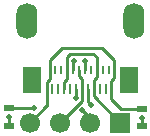
<source format=gbr>
G04 #@! TF.FileFunction,Copper,L1,Top,Signal*
%FSLAX46Y46*%
G04 Gerber Fmt 4.6, Leading zero omitted, Abs format (unit mm)*
G04 Created by KiCad (PCBNEW 4.0.0-rc1-stable) date mån 21 sep 2015 20:07:33*
%MOMM*%
G01*
G04 APERTURE LIST*
%ADD10C,0.100000*%
%ADD11R,0.900000X0.500000*%
%ADD12C,1.700000*%
%ADD13R,1.700000X1.700000*%
%ADD14R,0.270000X0.900000*%
%ADD15R,0.270000X0.800000*%
%ADD16R,1.650000X2.300000*%
%ADD17O,1.778000X3.048000*%
%ADD18C,0.508000*%
%ADD19C,0.228600*%
%ADD20C,0.250000*%
G04 APERTURE END LIST*
D10*
D11*
X71690000Y-9902000D03*
X71690000Y-11402000D03*
X60450500Y-9890000D03*
X60450500Y-11390000D03*
D12*
X62236000Y-11103000D03*
X64776000Y-11103000D03*
X67316000Y-11103000D03*
D13*
X69856000Y-11103000D03*
D14*
X69135000Y-8215000D03*
X68635000Y-8215000D03*
X68135000Y-8215000D03*
X67635000Y-8215000D03*
X67135000Y-8215000D03*
X66635000Y-8215000D03*
X66135000Y-8215000D03*
X65635000Y-8215000D03*
X65135000Y-8215000D03*
X64635000Y-8215000D03*
X64135000Y-8215000D03*
X63635000Y-8215000D03*
D15*
X63890000Y-6615000D03*
X64390000Y-6615000D03*
X64890000Y-6615000D03*
X65390000Y-6615000D03*
X65890000Y-6615000D03*
X66390000Y-6615000D03*
X66890000Y-6615000D03*
X67390000Y-6615000D03*
X67890000Y-6615000D03*
X68390000Y-6615000D03*
X68890000Y-6615000D03*
X69390000Y-6615000D03*
D16*
X70605000Y-7515000D03*
X62415000Y-7515000D03*
D17*
X71070120Y-2465000D03*
X61951520Y-2465000D03*
D18*
X60463200Y-10627300D03*
X66660800Y-10017700D03*
X66890000Y-5853000D03*
X66102000Y-9052500D03*
X67435500Y-9636000D03*
X71690000Y-10664000D03*
X62609500Y-9878000D03*
X65924800Y-5853000D03*
D19*
X60450500Y-10640000D02*
X60463200Y-10627300D01*
X60450500Y-10640000D02*
X60450500Y-11390000D01*
X63890000Y-6615000D02*
X63890000Y-5824600D01*
X69390000Y-5811000D02*
X68357400Y-4778400D01*
X69390000Y-5811000D02*
X69390000Y-6615000D01*
X64936200Y-4778400D02*
X68357400Y-4778400D01*
X63890000Y-5824600D02*
X64936200Y-4778400D01*
X63635000Y-9704000D02*
X63632000Y-9704000D01*
D20*
X63635000Y-8215000D02*
X63635000Y-9704000D01*
D19*
X63632000Y-9704000D02*
X62236000Y-11100000D01*
X71690000Y-9902000D02*
X69912000Y-9902000D01*
X69135000Y-9125000D02*
X69135000Y-8215000D01*
X69912000Y-9902000D02*
X69135000Y-9125000D01*
D20*
X69135000Y-8215000D02*
X69135000Y-7607000D01*
X69135000Y-7607000D02*
X69390000Y-7352000D01*
X69390000Y-7352000D02*
X69390000Y-6615000D01*
X63890000Y-6615000D02*
X63890000Y-7391000D01*
X63635000Y-7646000D02*
X63635000Y-8215000D01*
X63890000Y-7391000D02*
X63635000Y-7646000D01*
D19*
X66635000Y-8215000D02*
X66635000Y-9281500D01*
X66635000Y-9281500D02*
X64813500Y-11103000D01*
X64813500Y-11103000D02*
X64776000Y-11103000D01*
D20*
X66390000Y-6615000D02*
X66390000Y-7118000D01*
X66635000Y-7363000D02*
X66635000Y-8215000D01*
X66390000Y-7118000D02*
X66635000Y-7363000D01*
D19*
X67316000Y-10672900D02*
X66660800Y-10017700D01*
X67316000Y-11103000D02*
X67316000Y-10672900D01*
X66890000Y-6615000D02*
X66890000Y-5853000D01*
X66135000Y-8215000D02*
X66135000Y-9019500D01*
X66135000Y-9019500D02*
X66102000Y-9052500D01*
X66102000Y-9052500D02*
X66135000Y-9083000D01*
X67607800Y-5268800D02*
X65661400Y-5268800D01*
X65390000Y-5540200D02*
X65661400Y-5268800D01*
X65390000Y-6615000D02*
X65390000Y-5540200D01*
X67890000Y-5551000D02*
X67607800Y-5268800D01*
X67890000Y-5551000D02*
X67890000Y-6615000D01*
X65135000Y-8215000D02*
X65135000Y-7624000D01*
X65390000Y-7369000D02*
X65390000Y-6615000D01*
X65135000Y-7624000D02*
X65390000Y-7369000D01*
X67635000Y-8215000D02*
X67635000Y-8879000D01*
X67635000Y-8879000D02*
X69856000Y-11100000D01*
D20*
X67890000Y-6615000D02*
X67890000Y-7201000D01*
X67890000Y-7201000D02*
X67635000Y-7456000D01*
X67635000Y-7456000D02*
X67635000Y-8215000D01*
D19*
X67135000Y-8215000D02*
X67135000Y-9335500D01*
X71690000Y-10664000D02*
X71690000Y-11402000D01*
X67135000Y-9335500D02*
X67435500Y-9636000D01*
X62597500Y-9890000D02*
X60450500Y-9890000D01*
X62597500Y-9890000D02*
X62609500Y-9878000D01*
X65890000Y-6615000D02*
X65890000Y-5887800D01*
X65890000Y-5887800D02*
X65924800Y-5853000D01*
M02*

</source>
